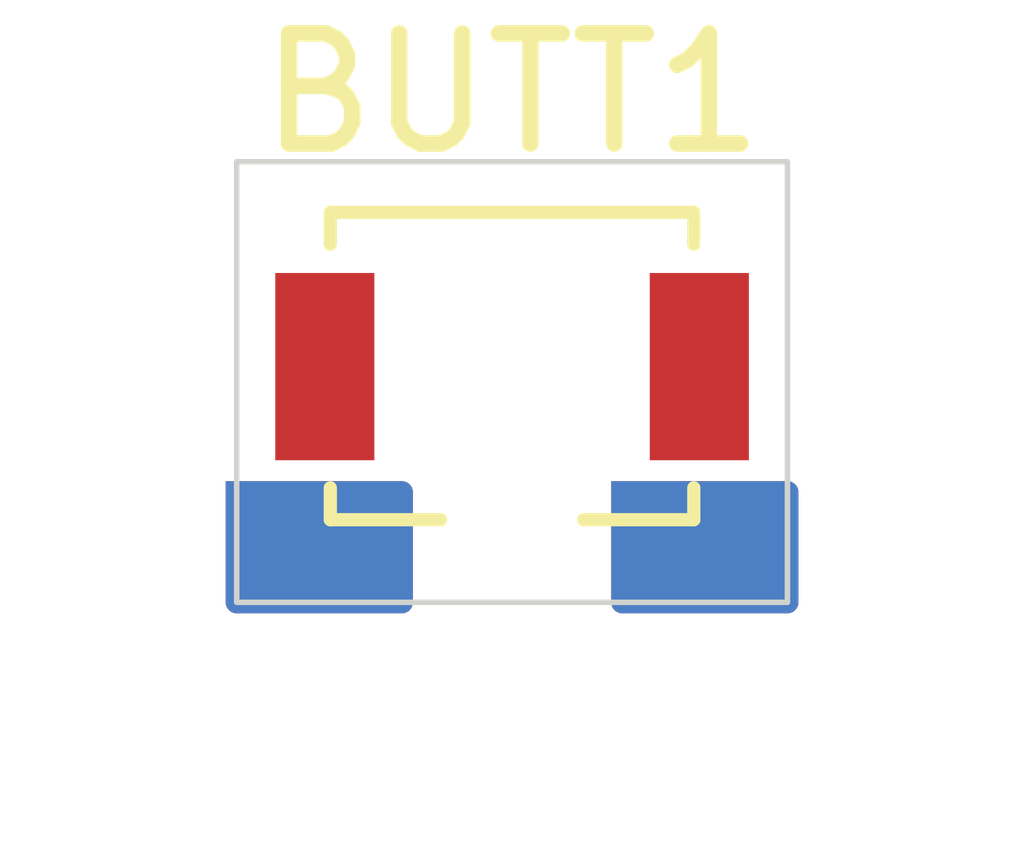
<source format=kicad_pcb>
(kicad_pcb (version 20241229) (generator "pcbnew") (generator_version "9.0")
  (layers (0 "F.Cu" signal) (2 "B.Cu" signal) (13 "F.Paste" user) (15 "B.Paste" user) (5 "F.SilkS" user "F.Silkscreen") (7 "B.SilkS" user "B.Silkscreen") (1 "F.Mask" user) (3 "B.Mask" user) (25 "Edge.Cuts" user))
  (net 0 "")
  (footprint "Button_Switch_SMD:SW_SPST_B3U-1100P" (layer "F.Cu") (at 160.5 79.68)
    (property "Reference" "BUTT1" (at 0 -3.3 0) (layer "F.SilkS"))
    (property "Value" "B3U-1100P")
    (fp_line (start -1.65 -2.22) (end 1.65 -2.22) (stroke (width 0.12)) (layer "F.SilkS"))
    (fp_line (start -1.65 -1.93) (end -1.65 -2.22) (stroke (width 0.12)) (layer "F.SilkS"))
    (fp_line (start -1.65 0.28) (end -1.65 0.57) (stroke (width 0.12)) (layer "F.SilkS"))
    (fp_line (start -1.65 0.57) (end -0.65 0.57) (stroke (width 0.12)) (layer "F.SilkS"))
    (fp_line (start 1.65 -2.22) (end 1.65 -1.93) (stroke (width 0.12)) (layer "F.SilkS"))
    (fp_line (start 1.65 0.57) (end 0.65 0.57) (stroke (width 0.12)) (layer "F.SilkS"))
    (fp_line (start 1.65 0.57) (end 1.65 0.28) (stroke (width 0.12)) (layer "F.SilkS"))
    (pad "1" smd rect (at -1.7 -0.82) (size 0.9 1.7) (layers "F.Cu" "F.Mask" "F.Paste"))
    (pad "2" smd rect (at 1.7 -0.82) (size 0.9 1.7) (layers "F.Cu" "F.Mask" "F.Paste"))
  )
  (gr_rect (start 158 80) (end 159.5 81) (stroke (width 0.2)) (fill yes) (layers "F.Cu" "F.Mask"))
  (gr_rect (start 161.5 80) (end 163 81) (stroke (width 0.2)) (fill yes) (layers "F.Cu" "F.Mask"))
  (gr_rect (start 158 80) (end 159.5 81) (stroke (width 0.2)) (fill yes) (layers "B.Cu" "B.Mask"))
  (gr_rect (start 161.5 80) (end 163 81) (stroke (width 0.2)) (fill yes) (layers "B.Cu" "B.Mask"))
  (gr_rect (start 158 77) (end 163 81) (stroke (width 0.05)) (fill no) (layer "Edge.Cuts"))
)
</source>
